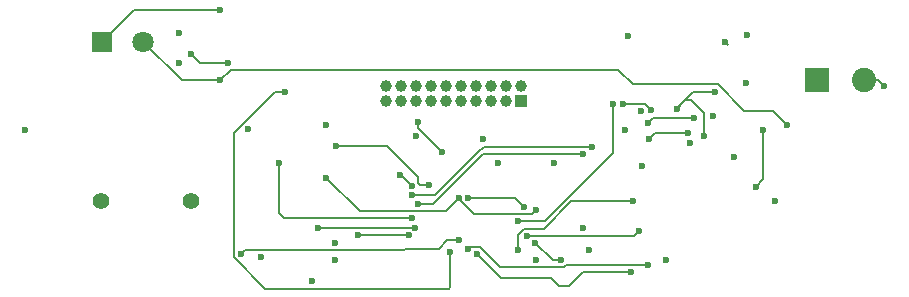
<source format=gbr>
%TF.GenerationSoftware,KiCad,Pcbnew,9.0.4*%
%TF.CreationDate,2026-02-27T16:14:11-07:00*%
%TF.ProjectId,Ashurs PCB,41736875-7273-4205-9043-422e6b696361,rev?*%
%TF.SameCoordinates,Original*%
%TF.FileFunction,Copper,L4,Bot*%
%TF.FilePolarity,Positive*%
%FSLAX46Y46*%
G04 Gerber Fmt 4.6, Leading zero omitted, Abs format (unit mm)*
G04 Created by KiCad (PCBNEW 9.0.4) date 2026-02-27 16:14:11*
%MOMM*%
%LPD*%
G01*
G04 APERTURE LIST*
%TA.AperFunction,ComponentPad*%
%ADD10R,1.800000X1.800000*%
%TD*%
%TA.AperFunction,ComponentPad*%
%ADD11C,1.800000*%
%TD*%
%TA.AperFunction,ComponentPad*%
%ADD12R,1.000000X1.000000*%
%TD*%
%TA.AperFunction,ComponentPad*%
%ADD13C,1.000000*%
%TD*%
%TA.AperFunction,ComponentPad*%
%ADD14R,2.050000X2.050000*%
%TD*%
%TA.AperFunction,ComponentPad*%
%ADD15C,2.050000*%
%TD*%
%TA.AperFunction,ComponentPad*%
%ADD16C,1.408000*%
%TD*%
%TA.AperFunction,ViaPad*%
%ADD17C,0.600000*%
%TD*%
%TA.AperFunction,Conductor*%
%ADD18C,0.200000*%
%TD*%
G04 APERTURE END LIST*
D10*
%TO.P,J3,1,1*%
%TO.N,Net-(U6-+)*%
X153000000Y-41500000D03*
D11*
%TO.P,J3,2,2*%
%TO.N,VIN*%
X156500000Y-41500000D03*
%TD*%
D12*
%TO.P,J1,1,1*%
%TO.N,+3V3*%
X188465000Y-46500000D03*
D13*
%TO.P,J1,2,2*%
X188465000Y-45230000D03*
%TO.P,J1,3,3*%
%TO.N,GND*%
X187195000Y-46500000D03*
%TO.P,J1,4,4*%
X187195000Y-45230000D03*
%TO.P,J1,5,5*%
X185925000Y-46500000D03*
%TO.P,J1,6,6*%
X185925000Y-45230000D03*
%TO.P,J1,7,7*%
%TO.N,PROG_SWDIO*%
X184655000Y-46500000D03*
%TO.P,J1,8,8*%
%TO.N,GND*%
X184655000Y-45230000D03*
%TO.P,J1,9,9*%
%TO.N,PROG_SWCLK*%
X183385000Y-46500000D03*
%TO.P,J1,10,10*%
%TO.N,GND*%
X183385000Y-45230000D03*
%TO.P,J1,11,11*%
%TO.N,unconnected-(J1-Pad11)*%
X182115000Y-46500000D03*
%TO.P,J1,12,12*%
%TO.N,GND*%
X182115000Y-45230000D03*
%TO.P,J1,13,13*%
%TO.N,PROG_SWO*%
X180845000Y-46500000D03*
%TO.P,J1,14,14*%
%TO.N,GND*%
X180845000Y-45230000D03*
%TO.P,J1,15,15*%
%TO.N,NRST*%
X179575000Y-46500000D03*
%TO.P,J1,16,16*%
%TO.N,GND*%
X179575000Y-45230000D03*
%TO.P,J1,17,17*%
%TO.N,unconnected-(J1-Pad17)*%
X178305000Y-46500000D03*
%TO.P,J1,18,18*%
%TO.N,GND*%
X178305000Y-45230000D03*
%TO.P,J1,19,19*%
%TO.N,unconnected-(J1-Pad19)*%
X177035000Y-46500000D03*
%TO.P,J1,20,20*%
%TO.N,GND*%
X177035000Y-45230000D03*
%TD*%
D14*
%TO.P,J4,1,1*%
%TO.N,LIPO_POWER*%
X213557500Y-44712500D03*
D15*
%TO.P,J4,2,2*%
%TO.N,GND*%
X217517500Y-44712500D03*
%TD*%
D16*
%TO.P,LS1,N*%
%TO.N,Net-(Q1-D)*%
X160500000Y-55000000D03*
%TO.P,LS1,P*%
%TO.N,+3V3*%
X152900000Y-55000000D03*
%TD*%
D17*
%TO.N,USB_RXD*%
X193750000Y-51000000D03*
%TO.N,USB_TXD*%
X194498943Y-50399000D03*
%TO.N,GND*%
X160500000Y-42500000D03*
X202753210Y-50024675D03*
X146500000Y-49000000D03*
X200750000Y-60000000D03*
X207620000Y-40903493D03*
X163655387Y-43310674D03*
X197250000Y-49000000D03*
X198750000Y-52026000D03*
X159500000Y-40750000D03*
X197500000Y-41000000D03*
X170750000Y-61750000D03*
X189750000Y-60000000D03*
X204750000Y-47750000D03*
X193750000Y-57250000D03*
X207500000Y-45000000D03*
X172750000Y-58500000D03*
X219250000Y-45250000D03*
X210000000Y-55000000D03*
X185250000Y-49750000D03*
X194264004Y-59156638D03*
%TO.N,+3V3*%
X206500000Y-51250000D03*
X159500000Y-43250000D03*
X191250000Y-51750000D03*
X165374297Y-48874289D03*
X198675734Y-47350000D03*
X205750000Y-41500000D03*
X186500000Y-51750000D03*
X166500000Y-59750000D03*
X179625735Y-49474265D03*
X172000000Y-48500000D03*
X172750000Y-60000000D03*
%TO.N,VIN*%
X163000000Y-44750000D03*
X211000000Y-48500000D03*
%TO.N,NRST*%
X179225375Y-53700377D03*
X178250000Y-52750000D03*
%TO.N,Net-(D1-K)*%
X209000000Y-49000000D03*
X208350000Y-53750000D03*
%TO.N,VBUS*%
X204000000Y-49450000D03*
X201673899Y-47173899D03*
X204900000Y-45707771D03*
%TO.N,Net-(J2-DN1)*%
X199240182Y-48396811D03*
X203150000Y-47971772D03*
%TO.N,Net-(J2-DP1)*%
X199302703Y-49747619D03*
X202650000Y-49231358D03*
X199302703Y-49747619D03*
%TO.N,PROG_SWO*%
X179750000Y-48250000D03*
X181799265Y-50799265D03*
%TO.N,Net-(U6-+)*%
X163000000Y-38800000D03*
%TO.N,Buzzer*%
X164750000Y-59500000D03*
X183250000Y-58250000D03*
%TO.N,Altimeter_SDA*%
X180697404Y-53621802D03*
X188750000Y-55500000D03*
X184000000Y-54750000D03*
X172814299Y-50326460D03*
%TO.N,Altimeter_SCL*%
X183199997Y-54750000D03*
X189750000Y-55750000D03*
X172000000Y-53000000D03*
%TO.N,Net-(U5-VBUS)*%
X199500000Y-47250000D03*
X197150000Y-46750000D03*
%TO.N,SWITCH*%
X168500000Y-45750000D03*
X182500000Y-59250000D03*
%TO.N,IMU_nRESET*%
X174662025Y-57849999D03*
X179000000Y-57849999D03*
%TO.N,IMU_nBOOTLOADPIN*%
X179512149Y-57235421D03*
X171250000Y-57250000D03*
%TO.N,IMU_BL_IND*%
X168000000Y-51750000D03*
X179250000Y-56451000D03*
%TO.N,Flash_SO*%
X198500000Y-57500000D03*
X189000000Y-57956297D03*
%TO.N,Flash_WP*%
X184000000Y-59000000D03*
X199250000Y-60400000D03*
%TO.N,Flash_Hold*%
X184750000Y-59500000D03*
X197750000Y-61000000D03*
%TO.N,Flash_CE*%
X198000000Y-55000000D03*
X188250000Y-59156297D03*
%TO.N,Flash_SCK*%
X189700735Y-58556297D03*
X191850000Y-60000000D03*
%TO.N,USB_RXD*%
X179750000Y-55250000D03*
%TO.N,USB_RSTB*%
X196250000Y-46750000D03*
X188250000Y-56701000D03*
%TO.N,USB_TXD*%
X179250000Y-54500000D03*
%TD*%
D18*
%TO.N,USB_RXD*%
X193750000Y-51000000D02*
X185250000Y-51000000D01*
%TO.N,GND*%
X160500000Y-42500000D02*
X161310674Y-43310674D01*
X217517500Y-44712500D02*
X218712500Y-44712500D01*
X161310674Y-43310674D02*
X163655387Y-43310674D01*
X218712500Y-44712500D02*
X219250000Y-45250000D01*
%TO.N,+3V3*%
X205750000Y-41500000D02*
X206000000Y-41750000D01*
%TO.N,VIN*%
X205148943Y-45106771D02*
X197943286Y-45106771D01*
X159750000Y-44750000D02*
X163000000Y-44750000D01*
X197943286Y-45106771D02*
X196701517Y-43865002D01*
X196701517Y-43865002D02*
X163884998Y-43865002D01*
X211000000Y-48500000D02*
X209834914Y-47334914D01*
X163884998Y-43865002D02*
X163000000Y-44750000D01*
X209834914Y-47334914D02*
X207377086Y-47334914D01*
X156500000Y-41500000D02*
X159750000Y-44750000D01*
X207377086Y-47334914D02*
X205148943Y-45106771D01*
%TO.N,NRST*%
X178250000Y-52750000D02*
X178274998Y-52750000D01*
X178274998Y-52750000D02*
X179225375Y-53700377D01*
%TO.N,Net-(D1-K)*%
X209000000Y-49000000D02*
X209000000Y-53100000D01*
X209000000Y-53100000D02*
X208350000Y-53750000D01*
%TO.N,VBUS*%
X204000000Y-47546385D02*
X204000000Y-49450000D01*
X202402470Y-46445328D02*
X202898943Y-46445328D01*
X201673899Y-47076101D02*
X201673899Y-47173899D01*
X204900000Y-45707771D02*
X203042229Y-45707771D01*
X202898943Y-46445328D02*
X204000000Y-47546385D01*
X203042229Y-45707771D02*
X201673899Y-47076101D01*
X201673899Y-47173899D02*
X202402470Y-46445328D01*
%TO.N,Net-(J2-DN1)*%
X203150000Y-47971772D02*
X199665221Y-47971772D01*
X199665221Y-47971772D02*
X199240182Y-48396811D01*
%TO.N,Net-(J2-DP1)*%
X199818964Y-49231358D02*
X199302703Y-49747619D01*
X202650000Y-49231358D02*
X199818964Y-49231358D01*
%TO.N,PROG_SWO*%
X179750000Y-48750000D02*
X181799265Y-50799265D01*
X179750000Y-48250000D02*
X179750000Y-48750000D01*
%TO.N,Net-(U6-+)*%
X155700000Y-38800000D02*
X163000000Y-38800000D01*
X153000000Y-41500000D02*
X155700000Y-38800000D01*
%TO.N,Buzzer*%
X165101000Y-59149000D02*
X178601000Y-59149000D01*
X164750000Y-59500000D02*
X165101000Y-59149000D01*
X182250000Y-58250000D02*
X183250000Y-58250000D01*
X181500000Y-59000000D02*
X182250000Y-58250000D01*
X178750000Y-59000000D02*
X181500000Y-59000000D01*
X178601000Y-59149000D02*
X178750000Y-59000000D01*
%TO.N,Altimeter_SDA*%
X179750000Y-52954058D02*
X177122402Y-50326460D01*
X179962574Y-53621802D02*
X179750000Y-53409228D01*
X179750000Y-53409228D02*
X179750000Y-52954058D01*
X177122402Y-50326460D02*
X172814299Y-50326460D01*
X179962574Y-53621802D02*
X180697404Y-53621802D01*
X188750000Y-55500000D02*
X188000000Y-54750000D01*
X188000000Y-54750000D02*
X184000000Y-54750000D01*
%TO.N,Altimeter_SCL*%
X184501057Y-56101000D02*
X183199997Y-54799940D01*
X189750000Y-55750000D02*
X189399000Y-56101000D01*
X172000000Y-53000000D02*
X174851000Y-55851000D01*
X189399000Y-56101000D02*
X184501057Y-56101000D01*
X174851000Y-55851000D02*
X182098997Y-55851000D01*
X182098997Y-55851000D02*
X183199997Y-54750000D01*
X183199997Y-54799940D02*
X183199997Y-54750000D01*
%TO.N,Net-(U5-VBUS)*%
X199000000Y-46750000D02*
X199500000Y-47250000D01*
X197150000Y-46750000D02*
X199000000Y-46750000D01*
%TO.N,SWITCH*%
X166799057Y-62399000D02*
X182351000Y-62399000D01*
X164149000Y-49251057D02*
X164149000Y-59748943D01*
X182351000Y-62399000D02*
X182500000Y-62250000D01*
X164149000Y-59748943D02*
X166799057Y-62399000D01*
X182500000Y-62250000D02*
X182500000Y-59250000D01*
X167650057Y-45750000D02*
X164149000Y-49251057D01*
X168500000Y-45750000D02*
X167650057Y-45750000D01*
%TO.N,IMU_nRESET*%
X179000000Y-57849999D02*
X174662025Y-57849999D01*
%TO.N,IMU_nBOOTLOADPIN*%
X179512149Y-57235421D02*
X179512149Y-57237851D01*
X179500000Y-57250000D02*
X171250000Y-57250000D01*
X179512149Y-57237851D02*
X179500000Y-57250000D01*
%TO.N,IMU_BL_IND*%
X168000000Y-51750000D02*
X168000000Y-56000000D01*
X168000000Y-56000000D02*
X168451000Y-56451000D01*
X168451000Y-56451000D02*
X179250000Y-56451000D01*
%TO.N,Flash_SO*%
X198043703Y-57956297D02*
X189000000Y-57956297D01*
X198500000Y-57500000D02*
X198043703Y-57956297D01*
%TO.N,Flash_WP*%
X199250000Y-60400000D02*
X192299943Y-60400000D01*
X184101000Y-58899000D02*
X184000000Y-59000000D01*
X192299943Y-60400000D02*
X192098943Y-60601000D01*
X186700943Y-60601000D02*
X184998943Y-58899000D01*
X184998943Y-58899000D02*
X184101000Y-58899000D01*
X192098943Y-60601000D02*
X186700943Y-60601000D01*
%TO.N,Flash_Hold*%
X192549000Y-62201000D02*
X193750000Y-61000000D01*
X191701000Y-62201000D02*
X191000000Y-61500000D01*
X191000000Y-61500000D02*
X186750000Y-61500000D01*
X192549000Y-62201000D02*
X191701000Y-62201000D01*
X197750000Y-61000000D02*
X193750000Y-61000000D01*
X186750000Y-61500000D02*
X184750000Y-59500000D01*
%TO.N,Flash_CE*%
X198000000Y-55000000D02*
X192740359Y-55000000D01*
X190385062Y-57355297D02*
X188751057Y-57355297D01*
X188250000Y-57856354D02*
X188250000Y-59156297D01*
X188751057Y-57355297D02*
X188250000Y-57856354D01*
X192740359Y-55000000D02*
X190385062Y-57355297D01*
%TO.N,Flash_SCK*%
X191850000Y-60000000D02*
X191144438Y-60000000D01*
X191144438Y-60000000D02*
X189700735Y-58556297D01*
%TO.N,USB_RXD*%
X181000000Y-55250000D02*
X179750000Y-55250000D01*
X185250000Y-51000000D02*
X181000000Y-55250000D01*
%TO.N,USB_RSTB*%
X196250000Y-50923259D02*
X190472259Y-56701000D01*
X190472259Y-56701000D02*
X188250000Y-56701000D01*
X196250000Y-46750000D02*
X196250000Y-50923259D01*
%TO.N,USB_TXD*%
X185083900Y-50599000D02*
X185151000Y-50599000D01*
X185351000Y-50399000D02*
X194498943Y-50399000D01*
X181182900Y-54500000D02*
X185083900Y-50599000D01*
X179250000Y-54500000D02*
X181182900Y-54500000D01*
X185151000Y-50599000D02*
X185351000Y-50399000D01*
%TD*%
M02*

</source>
